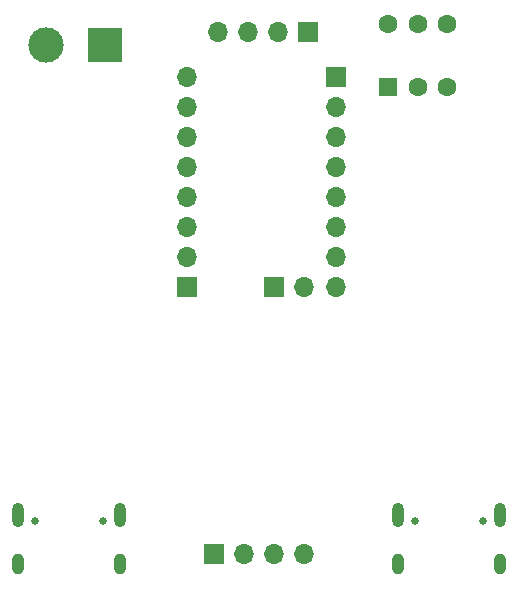
<source format=gbr>
%TF.GenerationSoftware,KiCad,Pcbnew,7.0.5*%
%TF.CreationDate,2023-08-28T18:13:49+08:00*%
%TF.ProjectId,TMC2209_TestBoard,544d4332-3230-4395-9f54-657374426f61,rev?*%
%TF.SameCoordinates,Original*%
%TF.FileFunction,Soldermask,Bot*%
%TF.FilePolarity,Negative*%
%FSLAX46Y46*%
G04 Gerber Fmt 4.6, Leading zero omitted, Abs format (unit mm)*
G04 Created by KiCad (PCBNEW 7.0.5) date 2023-08-28 18:13:49*
%MOMM*%
%LPD*%
G01*
G04 APERTURE LIST*
%ADD10R,1.600000X1.600000*%
%ADD11C,1.600000*%
%ADD12C,0.650000*%
%ADD13O,1.000000X2.100000*%
%ADD14O,1.000000X1.800000*%
%ADD15R,1.700000X1.700000*%
%ADD16O,1.700000X1.700000*%
%ADD17R,3.000000X3.000000*%
%ADD18C,3.000000*%
G04 APERTURE END LIST*
D10*
%TO.C,SW1*%
X111596500Y-46449000D03*
D11*
X114096500Y-46449000D03*
X116596500Y-46449000D03*
X111596500Y-41049000D03*
X114096500Y-41049000D03*
X116596500Y-41049000D03*
%TD*%
D12*
%TO.C,J6*%
X81710000Y-83145000D03*
X87490000Y-83145000D03*
D13*
X80280000Y-82645000D03*
D14*
X80280000Y-86825000D03*
D13*
X88920000Y-82645000D03*
D14*
X88920000Y-86825000D03*
%TD*%
D15*
%TO.C,J4*%
X96885000Y-85940000D03*
D16*
X99425000Y-85940000D03*
X101965000Y-85940000D03*
X104505000Y-85940000D03*
%TD*%
D15*
%TO.C,J8*%
X104850000Y-41790000D03*
D16*
X102310000Y-41790000D03*
X99770000Y-41790000D03*
X97230000Y-41790000D03*
%TD*%
D15*
%TO.C,J3*%
X101960000Y-63380000D03*
D16*
X104500000Y-63380000D03*
%TD*%
D12*
%TO.C,J5*%
X113880000Y-83145000D03*
X119660000Y-83145000D03*
D13*
X112450000Y-82645000D03*
D14*
X112450000Y-86825000D03*
D13*
X121090000Y-82645000D03*
D14*
X121090000Y-86825000D03*
%TD*%
D15*
%TO.C,J1*%
X94555000Y-63380000D03*
D16*
X94555000Y-60840000D03*
X94555000Y-58300000D03*
X94555000Y-55760000D03*
X94555000Y-53220000D03*
X94555000Y-50680000D03*
X94555000Y-48140000D03*
X94555000Y-45600000D03*
%TD*%
D15*
%TO.C,J2*%
X107145000Y-45600000D03*
D16*
X107145000Y-48140000D03*
X107145000Y-50680000D03*
X107145000Y-53220000D03*
X107145000Y-55760000D03*
X107145000Y-58300000D03*
X107145000Y-60840000D03*
X107145000Y-63380000D03*
%TD*%
D17*
%TO.C,J7*%
X87640000Y-42880000D03*
D18*
X82640000Y-42880000D03*
%TD*%
M02*

</source>
